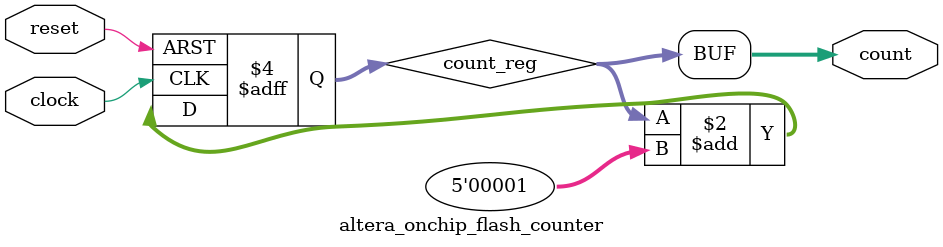
<source format=v>



// synthesis VERILOG_INPUT_VERSION VERILOG_2001

`timescale 1 ps / 1 ps

module altera_onchip_flash_address_range_check (
    address,
    is_addr_within_valid_range
);

    parameter FLASH_ADDR_WIDTH = 23;
    parameter MIN_VALID_ADDR = 1;
    parameter MAX_VALID_ADDR = 1;

    input [FLASH_ADDR_WIDTH-1:0] address;
    output is_addr_within_valid_range;
    
    assign is_addr_within_valid_range = (address >= MIN_VALID_ADDR) && (address <= MAX_VALID_ADDR);

endmodule


module altera_onchip_flash_address_write_protection_check (
    use_sector_addr,
    address,
    write_protection_mode,
    is_addr_writable
);

    parameter FLASH_ADDR_WIDTH = 23;
    parameter SECTOR1_START_ADDR = 1;
    parameter SECTOR1_END_ADDR = 1;
    parameter SECTOR2_START_ADDR = 1;
    parameter SECTOR2_END_ADDR = 1;
    parameter SECTOR3_START_ADDR = 1;
    parameter SECTOR3_END_ADDR = 1;
    parameter SECTOR4_START_ADDR = 1;
    parameter SECTOR4_END_ADDR = 1;
    parameter SECTOR5_START_ADDR = 1;
    parameter SECTOR5_END_ADDR = 1;
    parameter SECTOR_READ_PROTECTION_MODE = 5'b11111;

    input use_sector_addr;
    input [FLASH_ADDR_WIDTH-1:0] address;
    input [4:0] write_protection_mode;
    output is_addr_writable;

    wire is_sector1_addr;
    wire is_sector2_addr;
    wire is_sector3_addr;
    wire is_sector4_addr;
    wire is_sector5_addr;    
    wire is_sector1_writable;
    wire is_sector2_writable;
    wire is_sector3_writable;
    wire is_sector4_writable;
    wire is_sector5_writable;
    
    assign is_sector1_addr = (use_sector_addr) ? (address == 1) : ((address >= SECTOR1_START_ADDR) && (address <= SECTOR1_END_ADDR));
    assign is_sector2_addr = (use_sector_addr) ? (address == 2) : ((address >= SECTOR2_START_ADDR) && (address <= SECTOR2_END_ADDR));
    assign is_sector3_addr = (use_sector_addr) ? (address == 3) : ((address >= SECTOR3_START_ADDR) && (address <= SECTOR3_END_ADDR));
    assign is_sector4_addr = (use_sector_addr) ? (address == 4) : ((address >= SECTOR4_START_ADDR) && (address <= SECTOR4_END_ADDR));
    assign is_sector5_addr = (use_sector_addr) ? (address == 5) : ((address >= SECTOR5_START_ADDR) && (address <= SECTOR5_END_ADDR));
    assign is_sector1_writable = ~(write_protection_mode[0] || SECTOR_READ_PROTECTION_MODE[0]);
    assign is_sector2_writable = ~(write_protection_mode[1] || SECTOR_READ_PROTECTION_MODE[1]);
    assign is_sector3_writable = ~(write_protection_mode[2] || SECTOR_READ_PROTECTION_MODE[2]);
    assign is_sector4_writable = ~(write_protection_mode[3] || SECTOR_READ_PROTECTION_MODE[3]);
    assign is_sector5_writable = ~(write_protection_mode[4] || SECTOR_READ_PROTECTION_MODE[4]);
    assign is_addr_writable = ((is_sector1_writable && is_sector1_addr) ||
                               (is_sector2_writable && is_sector2_addr) ||
                               (is_sector3_writable && is_sector3_addr) ||
                               (is_sector4_writable && is_sector4_addr) ||
                               (is_sector5_writable && is_sector5_addr));

endmodule

module altera_onchip_flash_s_address_write_protection_check (
    address,
    is_sector1_writable,
    is_sector2_writable,
    is_sector3_writable,
    is_sector4_writable,
    is_sector5_writable,
    is_addr_writable
);

    input [2:0] address;
    input is_sector1_writable;
    input is_sector2_writable;
    input is_sector3_writable;
    input is_sector4_writable;
    input is_sector5_writable;
    output is_addr_writable;

    wire is_sector1_addr;
    wire is_sector2_addr;
    wire is_sector3_addr;
    wire is_sector4_addr;
    wire is_sector5_addr;

    assign is_sector1_addr = (address == 1);
    assign is_sector2_addr = (address == 2);
    assign is_sector3_addr = (address == 3);
    assign is_sector4_addr = (address == 4);
    assign is_sector5_addr = (address == 5);

    assign is_addr_writable = ((is_sector1_writable && is_sector1_addr) ||
                               (is_sector2_writable && is_sector2_addr) ||
                               (is_sector3_writable && is_sector3_addr) ||
                               (is_sector4_writable && is_sector4_addr) ||
                               (is_sector5_writable && is_sector5_addr));

endmodule

module altera_onchip_flash_a_address_write_protection_check (
    address,
    is_sector1_writable,
    is_sector2_writable,
    is_sector3_writable,
    is_sector4_writable,
    is_sector5_writable,
    is_addr_writable
);

    parameter FLASH_ADDR_WIDTH = 23;
    parameter SECTOR1_START_ADDR = 1;
    parameter SECTOR1_END_ADDR = 1;
    parameter SECTOR2_START_ADDR = 1;
    parameter SECTOR2_END_ADDR = 1;
    parameter SECTOR3_START_ADDR = 1;
    parameter SECTOR3_END_ADDR = 1;
    parameter SECTOR4_START_ADDR = 1;
    parameter SECTOR4_END_ADDR = 1;
    parameter SECTOR5_START_ADDR = 1;
    parameter SECTOR5_END_ADDR = 1;

    input [FLASH_ADDR_WIDTH-1:0] address;
    input is_sector1_writable;
    input is_sector2_writable;
    input is_sector3_writable;
    input is_sector4_writable;
    input is_sector5_writable;
    output is_addr_writable;

    wire is_sector1_addr;
    wire is_sector2_addr;
    wire is_sector3_addr;
    wire is_sector4_addr;
    wire is_sector5_addr;

    assign is_sector1_addr = ((address >= SECTOR1_START_ADDR) && (address <= SECTOR1_END_ADDR));
    assign is_sector2_addr = ((address >= SECTOR2_START_ADDR) && (address <= SECTOR2_END_ADDR));
    assign is_sector3_addr = ((address >= SECTOR3_START_ADDR) && (address <= SECTOR3_END_ADDR));
    assign is_sector4_addr = ((address >= SECTOR4_START_ADDR) && (address <= SECTOR4_END_ADDR));
    assign is_sector5_addr = ((address >= SECTOR5_START_ADDR) && (address <= SECTOR5_END_ADDR));

    assign is_addr_writable = ((is_sector1_writable && is_sector1_addr) ||
                               (is_sector2_writable && is_sector2_addr) ||
                               (is_sector3_writable && is_sector3_addr) ||
                               (is_sector4_writable && is_sector4_addr) ||
                               (is_sector5_writable && is_sector5_addr));

endmodule

module altera_onchip_flash_convert_address (
    address,
    flash_addr
);

    parameter FLASH_ADDR_WIDTH = 23;
    parameter ADDR_RANGE1_END_ADDR = 1;
    parameter ADDR_RANGE1_OFFSET = 1;
    parameter ADDR_RANGE2_OFFSET = 1;

    input [FLASH_ADDR_WIDTH-1:0] address;
    output [FLASH_ADDR_WIDTH-1:0] flash_addr;

    assign flash_addr = (address <= ADDR_RANGE1_END_ADDR[FLASH_ADDR_WIDTH-1:0]) ? 
        (address + ADDR_RANGE1_OFFSET[FLASH_ADDR_WIDTH-1:0]) : 
        (address + ADDR_RANGE2_OFFSET[FLASH_ADDR_WIDTH-1:0]);
    
endmodule


module altera_onchip_flash_convert_sector (
    sector,
    flash_sector
);

    parameter SECTOR1_MAP = 1;
    parameter SECTOR2_MAP = 1;
    parameter SECTOR3_MAP = 1;
    parameter SECTOR4_MAP = 1;
    parameter SECTOR5_MAP = 1;

    input [2:0] sector;
    output [2:0] flash_sector;

    assign flash_sector = 
        (sector == 1) ? SECTOR1_MAP[2:0] :
        (sector == 2) ? SECTOR2_MAP[2:0] :
        (sector == 3) ? SECTOR3_MAP[2:0] :
        (sector == 4) ? SECTOR4_MAP[2:0] :
        (sector == 5) ? SECTOR5_MAP[2:0] :
        3'd0; // Set to 0 for invalid sector ID

endmodule


module altera_onchip_flash_counter (
    clock,
    reset,
    count
);
    input clock;
    input reset;
    output [4:0] count;
    
    reg [4:0] count_reg;
    
    assign count = count_reg;

    initial begin
        count_reg = 0;
    end
    
    always @ (posedge reset or posedge clock) begin
        if (reset) begin
            count_reg <= 0;
        end
        else begin
            count_reg <= count_reg + 5'd1;
        end
    end

endmodule

</source>
